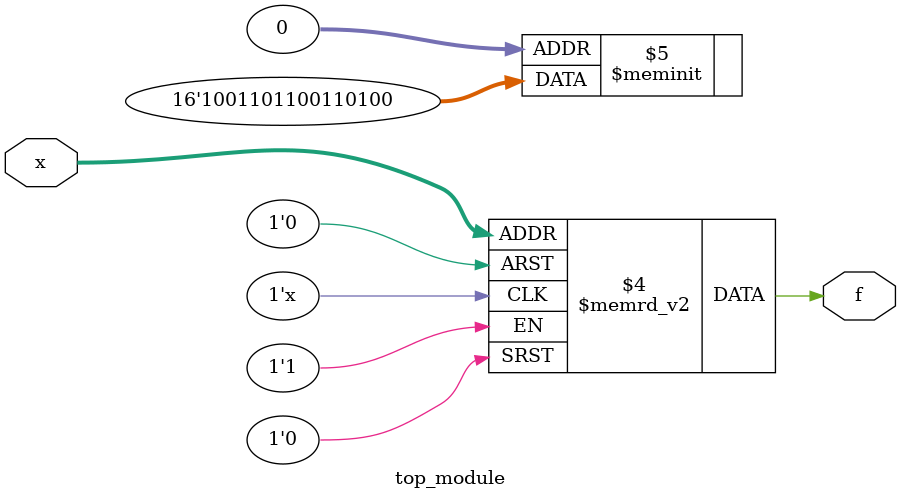
<source format=sv>
module top_module (
    input [4:1] x,
    output logic f
);

always_comb begin
    case ({x[4], x[3], x[2], x[1]})
        4'b0000: f = 1'b0;    // x[4:1] = 0000, d
        4'b0001: f = 1'b0;    // x[4:1] = 0001, d
        4'b0010: f = 1'b1;    // x[4:1] = 0010, d
        4'b0011: f = 1'b0;    // x[4:1] = 0011, 0
        4'b0100: f = 1'b1;    // x[4:1] = 0100, d
        4'b0101: f = 1'b1;    // x[4:1] = 0101, 1
        4'b0110: f = 1'b0;    // x[4:1] = 0110, 1
        4'b0111: f = 1'b0;    // x[4:1] = 0111, d
        4'b1000: f = 1'b1;    // x[4:1] = 1000, d
        4'b1001: f = 1'b1;    // x[4:1] = 1001, d
        4'b1010: f = 1'b0;    // x[4:1] = 1010, d
        4'b1011: f = 1'b1;    // x[4:1] = 1011, 1
        4'b1100: f = 1'b1;    // x[4:1] = 1100, d
        4'b1101: f = 1'b0;    // x[4:1] = 1101, 0
        4'b1110: f = 1'b0;    // x[4:1] = 1110, d
        4'b1111: f = 1'b1;    // x[4:1] = 1111, d
    endcase
end

endmodule

</source>
